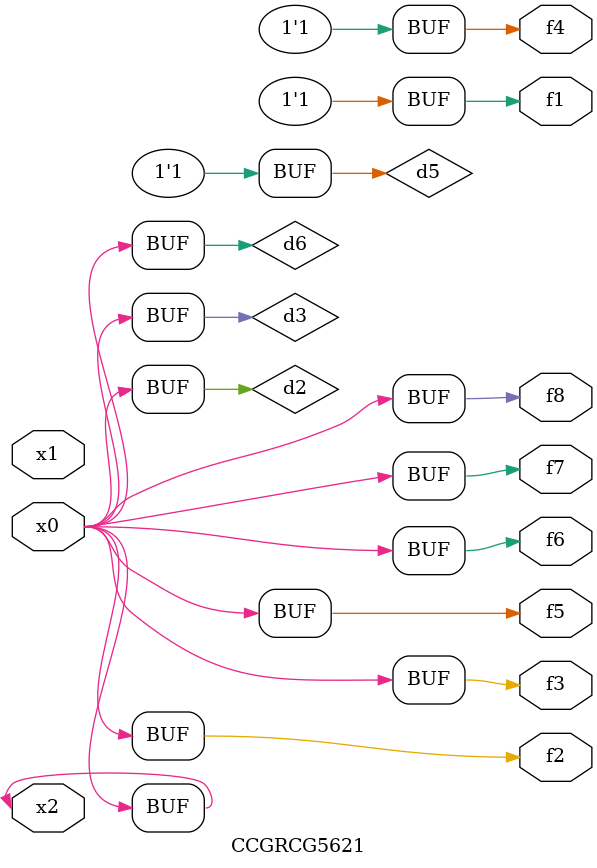
<source format=v>
module CCGRCG5621(
	input x0, x1, x2,
	output f1, f2, f3, f4, f5, f6, f7, f8
);

	wire d1, d2, d3, d4, d5, d6;

	xnor (d1, x2);
	buf (d2, x0, x2);
	and (d3, x0);
	xnor (d4, x1, x2);
	nand (d5, d1, d3);
	buf (d6, d2, d3);
	assign f1 = d5;
	assign f2 = d6;
	assign f3 = d6;
	assign f4 = d5;
	assign f5 = d6;
	assign f6 = d6;
	assign f7 = d6;
	assign f8 = d6;
endmodule

</source>
